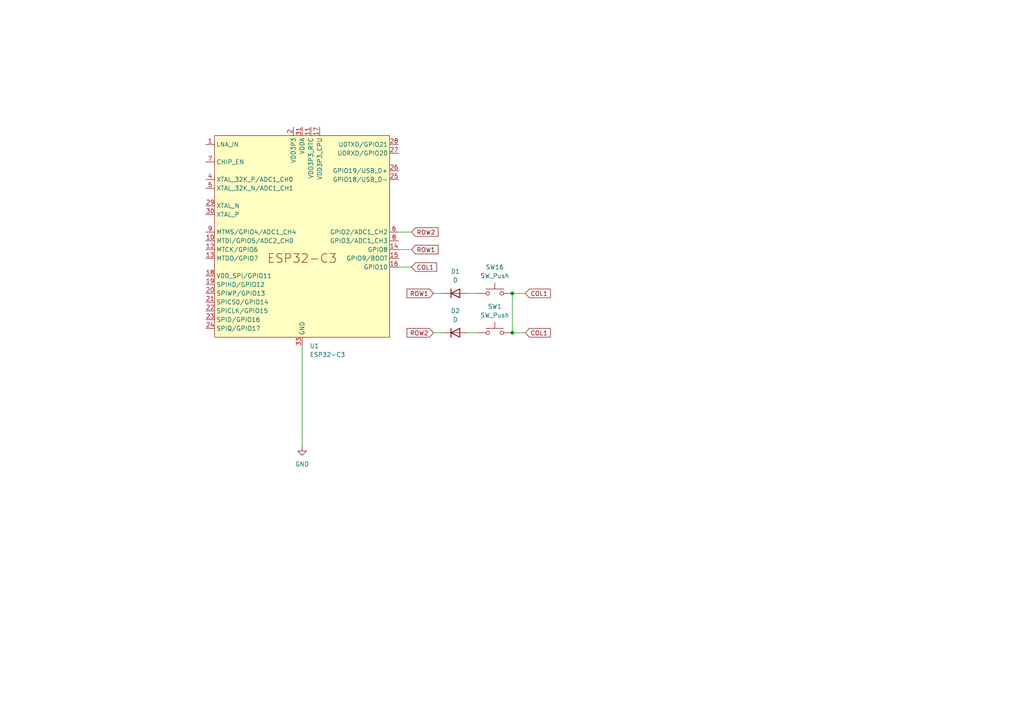
<source format=kicad_sch>
(kicad_sch (version 20231120) (generator "eeschema") (generator_version "8.0")
  (paper "A4")
  (lib_symbols
    (symbol "Device:D" (pin_numbers hide) (pin_names (offset 1.016) hide)
      (property "Reference" "D" (at 0 2.54 0))
      (property "Value" "D" (at 0 -2.54 0))
      (symbol "D_0_1"
        (polyline (pts (xy -1.27 1.27) (xy -1.27 -1.27)) (stroke (width 0.254)))
        (polyline (pts (xy 1.27 0) (xy -1.27 0)))
        (polyline (pts (xy 1.27 1.27) (xy 1.27 -1.27) (xy -1.27 0) (xy 1.27 1.27)) (stroke (width 0.254)))
      )
      (symbol "D_1_1"
        (pin passive line (at -3.81 0 0) (length 2.54) (name "K") (number "1"))
        (pin passive line (at 3.81 0 180) (length 2.54) (name "A") (number "2"))
      )
    )
    (symbol "PCM_Espressif:ESP32-C3"
      (property "Reference" "U" (at -25.4 35.56 0))
      (property "Value" "ESP32-C3" (at -25.4 33.02 0))
      (symbol "ESP32-C3_0_0"
        (text "ESP32-C3" (at 0 -5.08 0) (effects (font (size 2.54 2.54))))
        (pin bidirectional line (at -27.94 27.94 0) (length 2.54) (name "LNA_IN") (number "1"))
        (pin bidirectional line (at -27.94 0 0) (length 2.54) (name "MTDI/GPIO5/ADC2_CH0") (number "10"))
        (pin power_in line (at 2.54 33.02 270) (length 2.54) (name "VDD3P3_RTC") (number "11"))
        (pin bidirectional line (at -27.94 -2.54 0) (length 2.54) (name "MTCK/GPIO6") (number "12"))
        (pin bidirectional line (at -27.94 -5.08 0) (length 2.54) (name "MTDO/GPIO7") (number "13"))
        (pin bidirectional line (at 27.94 -2.54 180) (length 2.54) (name "GPIO8") (number "14"))
        (pin bidirectional line (at 27.94 -5.08 180) (length 2.54) (name "GPIO9/BOOT") (number "15"))
        (pin bidirectional line (at 27.94 -7.62 180) (length 2.54) (name "GPIO10") (number "16"))
        (pin power_in line (at 5.08 33.02 270) (length 2.54) (name "VDD3P3_CPU") (number "17"))
        (pin bidirectional line (at -27.94 -10.16 0) (length 2.54) (name "VDD_SPI/GPIO11") (number "18"))
        (pin bidirectional line (at -27.94 -12.7 0) (length 2.54) (name "SPIHD/GPIO12") (number "19"))
        (pin power_in line (at -2.54 33.02 270) (length 2.54) (name "VDD3P3") (number "2"))
        (pin bidirectional line (at -27.94 -15.24 0) (length 2.54) (name "SPIWP/GPIO13") (number "20"))
        (pin bidirectional line (at -27.94 -17.78 0) (length 2.54) (name "SPICS0/GPIO14") (number "21"))
        (pin bidirectional line (at -27.94 -20.32 0) (length 2.54) (name "SPICLK/GPIO15") (number "22"))
        (pin bidirectional line (at -27.94 -22.86 0) (length 2.54) (name "SPID/GPIO16") (number "23"))
        (pin bidirectional line (at -27.94 -25.4 0) (length 2.54) (name "SPIQ/GPIO17") (number "24"))
        (pin bidirectional line (at 27.94 17.78 180) (length 2.54) (name "GPIO18/USB_D-") (number "25"))
        (pin bidirectional line (at 27.94 20.32 180) (length 2.54) (name "GPIO19/USB_D+") (number "26"))
        (pin bidirectional line (at 27.94 25.4 180) (length 2.54) (name "U0RXD/GPIO20") (number "27"))
        (pin bidirectional line (at 27.94 27.94 180) (length 2.54) (name "U0TXD/GPIO21") (number "28"))
        (pin output line (at -27.94 10.16 0) (length 2.54) (name "XTAL_N") (number "29"))
        (pin input line (at -27.94 7.62 0) (length 2.54) (name "XTAL_P") (number "30"))
        (pin power_in line (at 0 33.02 270) (length 2.54) (name "VDDA") (number "31"))
        (pin power_in line (at 0 -30.48 90) (length 2.54) (name "GND") (number "33"))
        (pin output line (at -27.94 17.78 0) (length 2.54) (name "XTAL_32K_P/ADC1_CH0") (number "4"))
        (pin input line (at -27.94 15.24 0) (length 2.54) (name "XTAL_32K_N/ADC1_CH1") (number "5"))
        (pin bidirectional line (at 27.94 2.54 180) (length 2.54) (name "GPIO2/ADC1_CH2") (number "6"))
        (pin input line (at -27.94 22.86 0) (length 2.54) (name "CHIP_EN") (number "7"))
        (pin bidirectional line (at 27.94 0 180) (length 2.54) (name "GPIO3/ADC1_CH3") (number "8"))
        (pin bidirectional line (at -27.94 2.54 0) (length 2.54) (name "MTMS/GPIO4/ADC1_CH4") (number "9"))
      )
      (symbol "ESP32-C3_0_1"
        (rectangle (start -25.4 30.48) (end 25.4 -27.94) (fill (type background)))
        (pin passive line (at -2.54 33.02 270) (length 2.54) hide (name "VDD3P3") (number "3"))
        (pin passive line (at 0 33.02 270) (length 2.54) hide (name "VDDA") (number "32"))
      )
    )
    (symbol "Switch:SW_Push" (pin_numbers hide) (pin_names (offset 1.016) hide)
      (property "Reference" "SW" (at 1.27 2.54 0))
      (property "Value" "SW_Push" (at 0 -1.524 0))
      (symbol "SW_Push_0_1"
        (circle (center -2.032 0) (radius 0.508))
        (polyline (pts (xy 0 1.27) (xy 0 3.048)))
        (polyline (pts (xy 2.54 1.27) (xy -2.54 1.27)))
        (circle (center 2.032 0) (radius 0.508))
        (pin passive line (at -5.08 0 0) (length 2.54) (name "1") (number "1"))
        (pin passive line (at 5.08 0 180) (length 2.54) (name "2") (number "2"))
      )
    )
    (symbol "power:GND" (power) (pin_numbers hide) (pin_names (offset 0) hide)
      (property "Value" "GND" (at 0 -3.81 0))
      (symbol "GND_0_1"
        (polyline (pts (xy 0 0) (xy 0 -1.27) (xy 1.27 -1.27) (xy 0 -2.54) (xy -1.27 -1.27) (xy 0 -1.27)))
      )
      (symbol "GND_1_1"
        (pin power_in line (at 0 0 270) (length 0) (name "~") (number "1"))
      )
    )
  )
  (junction (at 148.59 96.52))
  (junction (at 148.59 85.09))
  (wire (pts (xy 135.89 85.09) (xy 138.43 85.09)))
  (wire (pts (xy 115.57 67.31) (xy 119.38 67.31)))
  (wire (pts (xy 148.59 85.09) (xy 148.59 96.52)))
  (wire (pts (xy 115.57 77.47) (xy 119.38 77.47)))
  (wire (pts (xy 115.57 72.39) (xy 119.38 72.39)))
  (wire (pts (xy 125.73 85.09) (xy 128.27 85.09)))
  (wire (pts (xy 148.59 85.09) (xy 152.4 85.09)))
  (wire (pts (xy 125.73 96.52) (xy 128.27 96.52)))
  (wire (pts (xy 135.89 96.52) (xy 138.43 96.52)))
  (wire (pts (xy 87.63 100.33) (xy 87.63 129.54)))
  (wire (pts (xy 148.59 96.52) (xy 152.4 96.52)))
  (global_label "COL1" (shape input) (at 119.38 77.47 0) (property "Intersheetrefs" "${INTERSHEET_REFS}" (effects (hide yes))))
  (global_label "ROW2" (shape input) (at 125.73 96.52 180) (property "Intersheetrefs" "${INTERSHEET_REFS}" (effects (hide yes))))
  (global_label "ROW1" (shape input) (at 125.73 85.09 180) (property "Intersheetrefs" "${INTERSHEET_REFS}" (effects (hide yes))))
  (global_label "ROW2" (shape input) (at 119.38 67.31 0) (property "Intersheetrefs" "${INTERSHEET_REFS}" (effects (hide yes))))
  (global_label "ROW1" (shape input) (at 119.38 72.39 0) (property "Intersheetrefs" "${INTERSHEET_REFS}" (effects (hide yes))))
  (global_label "COL1" (shape input) (at 152.4 96.52 0) (property "Intersheetrefs" "${INTERSHEET_REFS}" (effects (hide yes))))
  (global_label "COL1" (shape input) (at 152.4 85.09 0) (property "Intersheetrefs" "${INTERSHEET_REFS}" (effects (hide yes))))
  (symbol (lib_id "Switch:SW_Push") (at 143.51 96.52 0) (unit 1)
    (property "Reference" "SW1" (at 143.51 88.9 0))
    (property "Value" "SW_Push" (at 143.51 91.44 0))
    (property "Footprint" "Alps_Alpine_switches:SKPMAPE010" (effects (hide yes)))
    (property "Description" "Push button switch, generic, two pins" (effects (hide yes)))
  )
  (symbol (lib_id "PCM_Espressif:ESP32-C3") (at 87.63 69.85 0) (unit 1)
    (property "Reference" "U1" (at 89.8241 100.33 0) (effects (justify left)))
    (property "Value" "ESP32-C3" (at 89.8241 102.87 0) (effects (justify left)))
    (property "Footprint" "Package_DFN_QFN:QFN-32-1EP_5x5mm_P0.5mm_EP3.45x3.45mm" (effects (hide yes)))
    (property "Datasheet" "https://www.espressif.com/sites/default/files/documentation/esp32-c3_datasheet_en.pdf" (effects (hide yes)))
    (property "Description" "ESP32-C3 family is an ultra-low-power MCU-based SoC solution that supports 2.4 GHz Wi-Fi and Bluetooth®Low Energy (Bluetooth LE)." (effects (hide yes)))
  )
  (symbol (lib_id "Device:D") (at 132.08 96.52 0) (unit 1)
    (property "Reference" "D2" (at 132.08 90.17 0))
    (property "Value" "D" (at 132.08 92.71 0))
    (property "Footprint" "Diode_SMD:D_SOD-323_HandSoldering" (effects (hide yes)))
    (property "Description" "Diode" (effects (hide yes)))
    (property "Sim.Device" "D" (effects (hide yes)))
    (property "Sim.Pins" "1=K 2=A" (effects (hide yes)))
  )
  (symbol (lib_id "Device:D") (at 132.08 85.09 0) (unit 1)
    (property "Reference" "D1" (at 132.08 78.74 0))
    (property "Value" "D" (at 132.08 81.28 0))
    (property "Footprint" "Diode_SMD:D_SOD-323_HandSoldering" (effects (hide yes)))
    (property "Description" "Diode" (effects (hide yes)))
    (property "Sim.Device" "D" (effects (hide yes)))
    (property "Sim.Pins" "1=K 2=A" (effects (hide yes)))
  )
  (symbol (lib_id "Switch:SW_Push") (at 143.51 85.09 0) (unit 1)
    (property "Reference" "SW16" (at 143.51 77.47 0))
    (property "Value" "SW_Push" (at 143.51 80.01 0))
    (property "Footprint" "Alps_Alpine_switches:SKPMAPE010" (effects (hide yes)))
    (property "Description" "Push button switch, generic, two pins" (effects (hide yes)))
  )
  (symbol (lib_id "power:GND") (at 87.63 129.54 0) (unit 1)
    (property "Reference" "#PWR01" (effects (hide yes)))
    (property "Value" "GND" (at 87.63 134.62 0))
    (property "Description" "Power symbol creates a global label with name \"GND\" , ground" (effects (hide yes)))
  )
)
</source>
